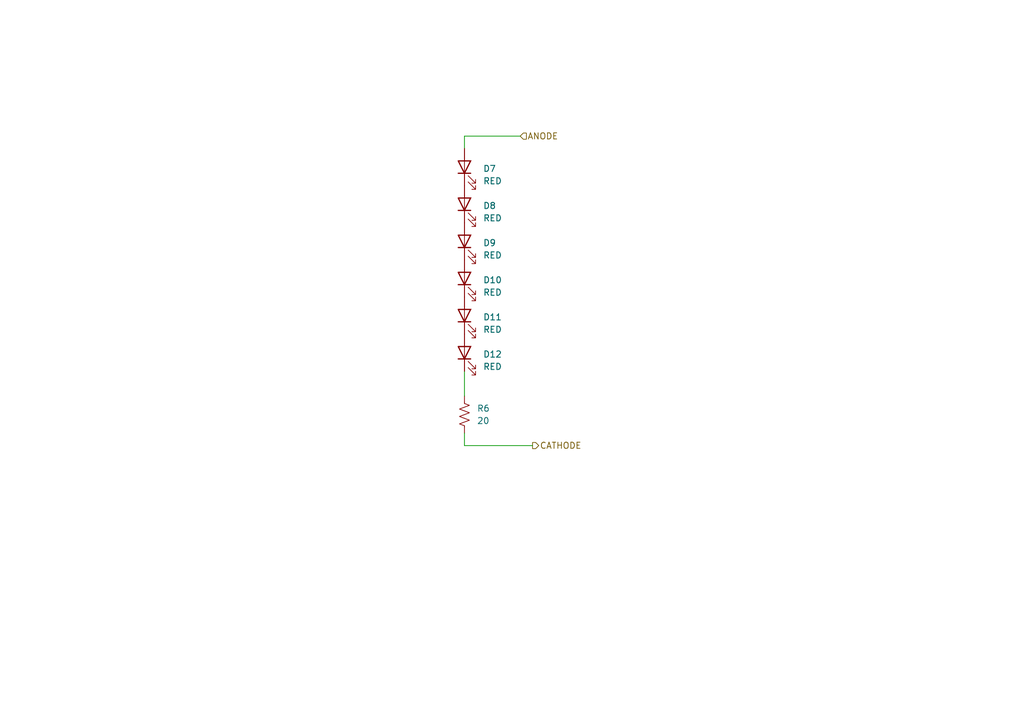
<source format=kicad_sch>
(kicad_sch (version 20211123) (generator eeschema)
  (paper "A5")
  (lib_symbols
    (symbol "Device:LED" (pin_numbers hide) (pin_names (offset 1.016) hide)
      (property "Reference" "D" (at 0 2.54 0))
      (property "Value" "LED" (at 0 -2.54 0))
      (symbol "LED_0_1"
        (polyline (pts (xy -1.27 -1.27) (xy -1.27 1.27)) (stroke (width 0.254)))
        (polyline (pts (xy -1.27 0) (xy 1.27 0)))
        (polyline (pts (xy 1.27 -1.27) (xy 1.27 1.27) (xy -1.27 0) (xy 1.27 -1.27)) (stroke (width 0.254)))
        (polyline (pts (xy -3.048 -0.762) (xy -4.572 -2.286) (xy -3.81 -2.286) (xy -4.572 -2.286) (xy -4.572 -1.524)))
        (polyline (pts (xy -1.778 -0.762) (xy -3.302 -2.286) (xy -2.54 -2.286) (xy -3.302 -2.286) (xy -3.302 -1.524)))
      )
      (symbol "LED_1_1"
        (pin passive line (at -3.81 0 0) (length 2.54) (name "K") (number "1"))
        (pin passive line (at 3.81 0 180) (length 2.54) (name "A") (number "2"))
      )
    )
    (symbol "Device:R_US" (pin_numbers hide) (pin_names (offset 0))
      (property "Reference" "R" (at 2.54 0 90))
      (property "Value" "R_US" (at -2.54 0 90))
      (symbol "R_US_0_1"
        (polyline (pts (xy 0 -2.286) (xy 0 -2.54)))
        (polyline (pts (xy 0 2.286) (xy 0 2.54)))
        (polyline (pts (xy 0 -0.762) (xy 1.016 -1.143) (xy 0 -1.524) (xy -1.016 -1.905) (xy 0 -2.286)))
        (polyline (pts (xy 0 0.762) (xy 1.016 0.381) (xy 0 0) (xy -1.016 -0.381) (xy 0 -0.762)))
        (polyline (pts (xy 0 2.286) (xy 1.016 1.905) (xy 0 1.524) (xy -1.016 1.143) (xy 0 0.762)))
      )
      (symbol "R_US_1_1"
        (pin passive line (at 0 3.81 270) (length 1.27) (name "~") (number "1"))
        (pin passive line (at 0 -3.81 90) (length 1.27) (name "~") (number "2"))
      )
    )
  )
  (wire (pts (xy 95.25 27.94) (xy 95.25 30.48)))
  (wire (pts (xy 109.22 91.44) (xy 95.25 91.44)))
  (wire (pts (xy 95.25 76.2) (xy 95.25 81.28)))
  (wire (pts (xy 106.68 27.94) (xy 95.25 27.94)))
  (wire (pts (xy 95.25 91.44) (xy 95.25 88.9)))
  (hierarchical_label "ANODE" (shape input) (at 106.68 27.94 0))
  (hierarchical_label "CATHODE" (shape output) (at 109.22 91.44 0))
  (symbol (lib_id "Device:R_US") (at 95.25 85.09 0) (unit 1)
    (property "Reference" "R6" (at 97.79 83.8199 0) (effects (justify left)))
    (property "Value" "20" (at 97.79 86.3599 0) (effects (justify left)))
    (property "Footprint" "Resistor_SMD:R_1206_3216Metric" (effects hide))
  )
  (symbol (lib_id "Device:LED") (at 95.25 57.15 90) (unit 1)
    (property "Reference" "D10" (at 99.06 57.4674 90) (effects (justify right)))
    (property "Value" "RED" (at 99.06 60.0074 90) (effects (justify right)))
    (property "Footprint" "AA3528SRS:LED_PLCC-2" (effects hide))
  )
  (symbol (lib_id "Device:LED") (at 95.25 72.39 90) (unit 1)
    (property "Reference" "D12" (at 99.06 72.7074 90) (effects (justify right)))
    (property "Value" "RED" (at 99.06 75.2474 90) (effects (justify right)))
    (property "Footprint" "AA3528SRS:LED_PLCC-2" (effects hide))
  )
  (symbol (lib_id "Device:LED") (at 95.25 49.53 90) (unit 1)
    (property "Reference" "D9" (at 99.06 49.8474 90) (effects (justify right)))
    (property "Value" "RED" (at 99.06 52.3874 90) (effects (justify right)))
    (property "Footprint" "AA3528SRS:LED_PLCC-2" (effects hide))
  )
  (symbol (lib_id "Device:LED") (at 95.25 34.29 90) (unit 1)
    (property "Reference" "D7" (at 99.06 34.6074 90) (effects (justify right)))
    (property "Value" "RED" (at 99.06 37.1474 90) (effects (justify right)))
    (property "Footprint" "AA3528SRS:LED_PLCC-2" (effects hide))
  )
  (symbol (lib_id "Device:LED") (at 95.25 41.91 90) (unit 1)
    (property "Reference" "D8" (at 99.06 42.2274 90) (effects (justify right)))
    (property "Value" "RED" (at 99.06 44.7674 90) (effects (justify right)))
    (property "Footprint" "AA3528SRS:LED_PLCC-2" (effects hide))
  )
  (symbol (lib_id "Device:LED") (at 95.25 64.77 90) (unit 1)
    (property "Reference" "D11" (at 99.06 65.0874 90) (effects (justify right)))
    (property "Value" "RED" (at 99.06 67.6274 90) (effects (justify right)))
    (property "Footprint" "AA3528SRS:LED_PLCC-2" (effects hide))
  )
)
</source>
